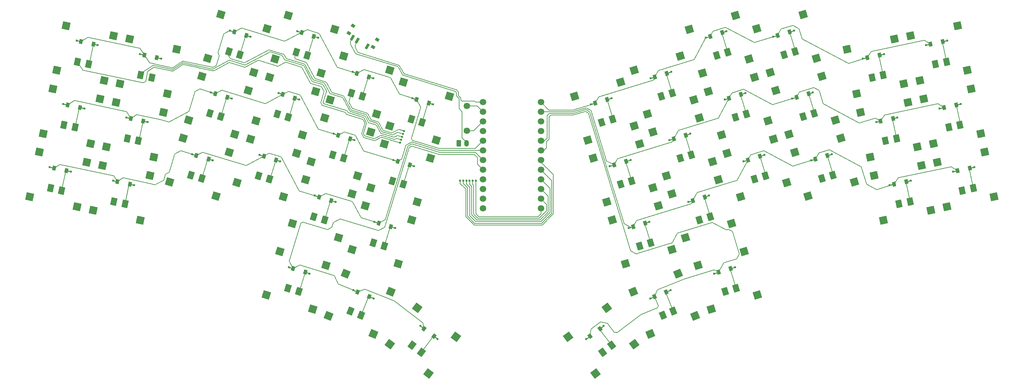
<source format=gbr>
%TF.GenerationSoftware,KiCad,Pcbnew,8.0.6*%
%TF.CreationDate,2025-07-21T18:30:39+02:00*%
%TF.ProjectId,main,6d61696e-2e6b-4696-9361-645f70636258,v1.0.0*%
%TF.SameCoordinates,Original*%
%TF.FileFunction,Copper,L1,Top*%
%TF.FilePolarity,Positive*%
%FSLAX46Y46*%
G04 Gerber Fmt 4.6, Leading zero omitted, Abs format (unit mm)*
G04 Created by KiCad (PCBNEW 8.0.6) date 2025-07-21 18:30:39*
%MOMM*%
%LPD*%
G01*
G04 APERTURE LIST*
G04 Aperture macros list*
%AMRoundRect*
0 Rectangle with rounded corners*
0 $1 Rounding radius*
0 $2 $3 $4 $5 $6 $7 $8 $9 X,Y pos of 4 corners*
0 Add a 4 corners polygon primitive as box body*
4,1,4,$2,$3,$4,$5,$6,$7,$8,$9,$2,$3,0*
0 Add four circle primitives for the rounded corners*
1,1,$1+$1,$2,$3*
1,1,$1+$1,$4,$5*
1,1,$1+$1,$6,$7*
1,1,$1+$1,$8,$9*
0 Add four rect primitives between the rounded corners*
20,1,$1+$1,$2,$3,$4,$5,0*
20,1,$1+$1,$4,$5,$6,$7,0*
20,1,$1+$1,$6,$7,$8,$9,0*
20,1,$1+$1,$8,$9,$2,$3,0*%
%AMRotRect*
0 Rectangle, with rotation*
0 The origin of the aperture is its center*
0 $1 length*
0 $2 width*
0 $3 Rotation angle, in degrees counterclockwise*
0 Add horizontal line*
21,1,$1,$2,0,0,$3*%
G04 Aperture macros list end*
%TA.AperFunction,ComponentPad*%
%ADD10C,1.400000*%
%TD*%
%TA.AperFunction,SMDPad,CuDef*%
%ADD11RotRect,1.550000X2.000000X17.000000*%
%TD*%
%TA.AperFunction,SMDPad,CuDef*%
%ADD12RotRect,2.000000X2.000000X17.000000*%
%TD*%
%TA.AperFunction,SMDPad,CuDef*%
%ADD13RotRect,1.550000X2.000000X343.000000*%
%TD*%
%TA.AperFunction,SMDPad,CuDef*%
%ADD14RotRect,2.000000X2.000000X343.000000*%
%TD*%
%TA.AperFunction,SMDPad,CuDef*%
%ADD15RotRect,0.900000X1.200000X17.000000*%
%TD*%
%TA.AperFunction,SMDPad,CuDef*%
%ADD16RotRect,0.900000X1.200000X12.000000*%
%TD*%
%TA.AperFunction,SMDPad,CuDef*%
%ADD17RotRect,1.550000X2.000000X348.000000*%
%TD*%
%TA.AperFunction,SMDPad,CuDef*%
%ADD18RotRect,2.000000X2.000000X348.000000*%
%TD*%
%TA.AperFunction,SMDPad,CuDef*%
%ADD19RotRect,0.900000X1.200000X343.000000*%
%TD*%
%TA.AperFunction,SMDPad,CuDef*%
%ADD20RotRect,1.550000X2.000000X22.000000*%
%TD*%
%TA.AperFunction,SMDPad,CuDef*%
%ADD21RotRect,2.000000X2.000000X22.000000*%
%TD*%
%TA.AperFunction,SMDPad,CuDef*%
%ADD22RotRect,0.900000X1.200000X348.000000*%
%TD*%
%TA.AperFunction,SMDPad,CuDef*%
%ADD23RotRect,0.900000X1.200000X323.000000*%
%TD*%
%TA.AperFunction,SMDPad,CuDef*%
%ADD24RotRect,1.550000X2.000000X323.000000*%
%TD*%
%TA.AperFunction,SMDPad,CuDef*%
%ADD25RotRect,2.000000X2.000000X323.000000*%
%TD*%
%TA.AperFunction,ComponentPad*%
%ADD26RoundRect,0.240000X-0.360000X-0.635000X0.360000X-0.635000X0.360000X0.635000X-0.360000X0.635000X0*%
%TD*%
%TA.AperFunction,ComponentPad*%
%ADD27O,1.200000X1.750000*%
%TD*%
%TA.AperFunction,SMDPad,CuDef*%
%ADD28RotRect,0.900000X1.200000X22.000000*%
%TD*%
%TA.AperFunction,SMDPad,CuDef*%
%ADD29RotRect,0.900000X1.200000X37.000000*%
%TD*%
%TA.AperFunction,SMDPad,CuDef*%
%ADD30RotRect,1.550000X2.000000X12.000000*%
%TD*%
%TA.AperFunction,SMDPad,CuDef*%
%ADD31RotRect,2.000000X2.000000X12.000000*%
%TD*%
%TA.AperFunction,SMDPad,CuDef*%
%ADD32RotRect,1.550000X2.000000X338.000000*%
%TD*%
%TA.AperFunction,SMDPad,CuDef*%
%ADD33RotRect,2.000000X2.000000X338.000000*%
%TD*%
%TA.AperFunction,ComponentPad*%
%ADD34C,1.700000*%
%TD*%
%TA.AperFunction,SMDPad,CuDef*%
%ADD35RotRect,1.000000X0.800000X150.000000*%
%TD*%
%TA.AperFunction,SMDPad,CuDef*%
%ADD36RotRect,0.700000X1.500000X150.000000*%
%TD*%
%TA.AperFunction,SMDPad,CuDef*%
%ADD37RotRect,1.550000X2.000000X37.000000*%
%TD*%
%TA.AperFunction,SMDPad,CuDef*%
%ADD38RotRect,2.000000X2.000000X37.000000*%
%TD*%
%TA.AperFunction,SMDPad,CuDef*%
%ADD39RotRect,0.900000X1.200000X338.000000*%
%TD*%
%TA.AperFunction,ViaPad*%
%ADD40C,0.600000*%
%TD*%
%TA.AperFunction,Conductor*%
%ADD41C,0.200000*%
%TD*%
%TA.AperFunction,Conductor*%
%ADD42C,0.250000*%
%TD*%
G04 APERTURE END LIST*
D10*
%TO.P,CPG1316,1*%
%TO.N,P6*%
X255368687Y-111646612D03*
D11*
X255368687Y-111646612D03*
D10*
%TO.P,CPG1316,2*%
%TO.N,mirror_ring_home*%
X258237600Y-110769493D03*
D11*
X258237600Y-110769493D03*
D12*
%TO.P,CPG1316,3*%
%TO.N,N/C*%
X248201587Y-104792578D03*
X251710049Y-116268234D03*
X260346665Y-101079458D03*
X263855127Y-112555114D03*
%TD*%
D10*
%TO.P,CPG1316,1*%
%TO.N,P7*%
X117341951Y-110958297D03*
D13*
X117341951Y-110958297D03*
D10*
%TO.P,CPG1316,2*%
%TO.N,middle_home*%
X120210866Y-111835408D03*
D13*
X120210866Y-111835408D03*
D14*
%TO.P,CPG1316,3*%
%TO.N,N/C*%
X111724423Y-112743911D03*
X115232889Y-101268256D03*
X123869493Y-116457030D03*
X127377959Y-104981375D03*
%TD*%
D10*
%TO.P,CPG1316,1*%
%TO.N,P7*%
X122312271Y-94701119D03*
D13*
X122312271Y-94701119D03*
D10*
%TO.P,CPG1316,2*%
%TO.N,middle_top*%
X125181186Y-95578230D03*
D13*
X125181186Y-95578230D03*
D14*
%TO.P,CPG1316,3*%
%TO.N,N/C*%
X116694743Y-96486733D03*
X120203209Y-85011078D03*
X128839813Y-100199852D03*
X132348279Y-88724197D03*
%TD*%
D10*
%TO.P,CPG1316,1*%
%TO.N,P8*%
X126874571Y-137923620D03*
D13*
X126874571Y-137923620D03*
D10*
%TO.P,CPG1316,2*%
%TO.N,index_bottom*%
X129743486Y-138800731D03*
D13*
X129743486Y-138800731D03*
D14*
%TO.P,CPG1316,3*%
%TO.N,N/C*%
X121257043Y-139709234D03*
X124765509Y-128233579D03*
X133402113Y-143422353D03*
X136910579Y-131946698D03*
%TD*%
D15*
%TO.P,D34,1*%
%TO.N,P2*%
X226409366Y-133728373D03*
%TO.P,D34,2*%
%TO.N,mirror_index_bottom*%
X229565184Y-132763547D03*
%TD*%
D16*
%TO.P,D26,1*%
%TO.N,P0*%
X275754944Y-112779312D03*
%TO.P,D26,2*%
%TO.N,mirror_pinky_home*%
X278982840Y-112093212D03*
%TD*%
D10*
%TO.P,CPG1316,1*%
%TO.N,P7*%
X232679328Y-95578236D03*
D11*
X232679328Y-95578236D03*
D10*
%TO.P,CPG1316,2*%
%TO.N,mirror_middle_top*%
X235548241Y-94701117D03*
D11*
X235548241Y-94701117D03*
D12*
%TO.P,CPG1316,3*%
%TO.N,N/C*%
X225512228Y-88724202D03*
X229020690Y-100199858D03*
X237657306Y-85011082D03*
X241165768Y-96486738D03*
%TD*%
D10*
%TO.P,CPG1316,1*%
%TO.N,P5*%
X74377567Y-133985994D03*
D17*
X74377567Y-133985994D03*
D10*
%TO.P,CPG1316,2*%
%TO.N,pinky_bottom*%
X77312009Y-134609731D03*
D17*
X77312009Y-134609731D03*
D18*
%TO.P,CPG1316,3*%
%TO.N,N/C*%
X68937044Y-136254417D03*
X71431985Y-124516654D03*
X81359519Y-138894890D03*
X83854460Y-127157127D03*
%TD*%
D10*
%TO.P,CPG1316,1*%
%TO.N,P6*%
X104593236Y-94512337D03*
D13*
X104593236Y-94512337D03*
D10*
%TO.P,CPG1316,2*%
%TO.N,ring_top*%
X107462151Y-95389448D03*
D13*
X107462151Y-95389448D03*
D14*
%TO.P,CPG1316,3*%
%TO.N,N/C*%
X98975708Y-96297951D03*
X102484174Y-84822296D03*
X111120778Y-100011070D03*
X114629244Y-88535415D03*
%TD*%
D19*
%TO.P,D10,1*%
%TO.N,P19*%
X113792382Y-122055403D03*
%TO.P,D10,2*%
%TO.N,middle_bottom*%
X116948176Y-123020221D03*
%TD*%
D15*
%TO.P,D29,1*%
%TO.N,P0*%
X253661050Y-106574235D03*
%TO.P,D29,2*%
%TO.N,mirror_ring_home*%
X256816868Y-105609409D03*
%TD*%
D16*
%TO.P,D25,1*%
%TO.N,P2*%
X279289451Y-129407824D03*
%TO.P,D25,2*%
%TO.N,mirror_pinky_bottom*%
X282517347Y-128721724D03*
%TD*%
D19*
%TO.P,D16,1*%
%TO.N,P19*%
X143967776Y-139646473D03*
%TO.P,D16,2*%
%TO.N,inner_bottom*%
X147123570Y-140611291D03*
%TD*%
D10*
%TO.P,CPG1316,1*%
%TO.N,P8*%
X228117025Y-138800750D03*
D11*
X228117025Y-138800750D03*
D10*
%TO.P,CPG1316,2*%
%TO.N,mirror_index_bottom*%
X230985938Y-137923631D03*
D11*
X230985938Y-137923631D03*
D12*
%TO.P,CPG1316,3*%
%TO.N,N/C*%
X220949925Y-131946716D03*
X224458387Y-143422372D03*
X233095003Y-128233596D03*
X236603465Y-139709252D03*
%TD*%
D10*
%TO.P,CPG1316,1*%
%TO.N,P8*%
X218527225Y-163879310D03*
D20*
X218527225Y-163879310D03*
D10*
%TO.P,CPG1316,2*%
%TO.N,mirror_home_thumb*%
X221308783Y-162755488D03*
D20*
X221308783Y-162755488D03*
D21*
%TO.P,CPG1316,3*%
%TO.N,N/C*%
X210790039Y-157676010D03*
X215285317Y-168802212D03*
X222565279Y-152918510D03*
X227060557Y-164044712D03*
%TD*%
D19*
%TO.P,D9,1*%
%TO.N,P21*%
X106013977Y-89352235D03*
%TO.P,D9,2*%
%TO.N,ring_top*%
X109169771Y-90317053D03*
%TD*%
D22*
%TO.P,D3,1*%
%TO.N,P21*%
X65783648Y-91930200D03*
%TO.P,D3,2*%
%TO.N,outer_top*%
X69011564Y-92616310D03*
%TD*%
D10*
%TO.P,CPG1316,1*%
%TO.N,P9*%
X152487658Y-112292201D03*
D13*
X152487658Y-112292201D03*
D10*
%TO.P,CPG1316,2*%
%TO.N,inner_top*%
X155356573Y-113169312D03*
D13*
X155356573Y-113169312D03*
D14*
%TO.P,CPG1316,3*%
%TO.N,N/C*%
X146870130Y-114077815D03*
X150378596Y-102602160D03*
X159015200Y-117790934D03*
X162523666Y-106315279D03*
%TD*%
D22*
%TO.P,D2,1*%
%TO.N,P20*%
X62249148Y-108558716D03*
%TO.P,D2,2*%
%TO.N,outer_home*%
X65477064Y-109244826D03*
%TD*%
D23*
%TO.P,D21,1*%
%TO.N,P18*%
X155828155Y-167394790D03*
%TO.P,D21,2*%
%TO.N,far_thumb*%
X158463643Y-169380762D03*
%TD*%
D10*
%TO.P,CPG1316,1*%
%TO.N,P5*%
X77912085Y-117357489D03*
D17*
X77912085Y-117357489D03*
D10*
%TO.P,CPG1316,2*%
%TO.N,pinky_home*%
X80846527Y-117981226D03*
D17*
X80846527Y-117981226D03*
D18*
%TO.P,CPG1316,3*%
%TO.N,N/C*%
X72471562Y-119625912D03*
X74966503Y-107888149D03*
X84894037Y-122266385D03*
X87388978Y-110528622D03*
%TD*%
D15*
%TO.P,D35,1*%
%TO.N,P0*%
X221439059Y-117471185D03*
%TO.P,D35,2*%
%TO.N,mirror_index_home*%
X224594877Y-116506359D03*
%TD*%
D10*
%TO.P,CPG1316,1*%
%TO.N,P8*%
X223146706Y-122543568D03*
D11*
X223146706Y-122543568D03*
D10*
%TO.P,CPG1316,2*%
%TO.N,mirror_index_home*%
X226015619Y-121666449D03*
D11*
X226015619Y-121666449D03*
D12*
%TO.P,CPG1316,3*%
%TO.N,N/C*%
X215979606Y-115689534D03*
X219488068Y-127165190D03*
X228124684Y-111976414D03*
X231633146Y-123452070D03*
%TD*%
D19*
%TO.P,D12,1*%
%TO.N,P21*%
X123733004Y-89541039D03*
%TO.P,D12,2*%
%TO.N,middle_top*%
X126888798Y-90505857D03*
%TD*%
D10*
%TO.P,CPG1316,1*%
%TO.N,P9*%
X152728241Y-171757747D03*
D24*
X152728241Y-171757747D03*
D10*
%TO.P,CPG1316,2*%
%TO.N,far_thumb*%
X155124144Y-173563186D03*
D24*
X155124144Y-173563186D03*
D25*
%TO.P,CPG1316,3*%
%TO.N,N/C*%
X146838772Y-171514369D03*
X154060559Y-161930745D03*
X156981443Y-179157419D03*
X164203230Y-169573795D03*
%TD*%
D16*
%TO.P,D23,1*%
%TO.N,P0*%
X292383463Y-109244815D03*
%TO.P,D23,2*%
%TO.N,mirror_outer_home*%
X295611359Y-108558715D03*
%TD*%
D15*
%TO.P,D33,1*%
%TO.N,P1*%
X230971691Y-90505863D03*
%TO.P,D33,2*%
%TO.N,mirror_middle_top*%
X234127509Y-89541037D03*
%TD*%
D26*
%TO.P,JST1,1*%
%TO.N,GND*%
X164974995Y-118674998D03*
D27*
%TO.P,JST1,2*%
%TO.N,BAT_P*%
X166974987Y-118675008D03*
%TD*%
D22*
%TO.P,D4,1*%
%TO.N,P19*%
X75343163Y-128721731D03*
%TO.P,D4,2*%
%TO.N,pinky_bottom*%
X78571079Y-129407841D03*
%TD*%
D15*
%TO.P,D36,1*%
%TO.N,P1*%
X216468734Y-101214008D03*
%TO.P,D36,2*%
%TO.N,mirror_index_top*%
X219624552Y-100249182D03*
%TD*%
D28*
%TO.P,D41,1*%
%TO.N,P3*%
X216384023Y-158975082D03*
%TO.P,D41,2*%
%TO.N,mirror_home_thumb*%
X219443711Y-157738874D03*
%TD*%
D10*
%TO.P,CPG1316,1*%
%TO.N,P4*%
X61283548Y-113822984D03*
D17*
X61283548Y-113822984D03*
D10*
%TO.P,CPG1316,2*%
%TO.N,outer_home*%
X64217990Y-114446721D03*
D17*
X64217990Y-114446721D03*
D18*
%TO.P,CPG1316,3*%
%TO.N,N/C*%
X55843025Y-116091407D03*
X58337966Y-104353644D03*
X68265500Y-118731880D03*
X70760441Y-106994117D03*
%TD*%
D10*
%TO.P,CPG1316,1*%
%TO.N,P6*%
X99622915Y-110769503D03*
D13*
X99622915Y-110769503D03*
D10*
%TO.P,CPG1316,2*%
%TO.N,ring_home*%
X102491830Y-111646614D03*
D13*
X102491830Y-111646614D03*
D14*
%TO.P,CPG1316,3*%
%TO.N,N/C*%
X94005387Y-112555117D03*
X97513853Y-101079462D03*
X106150457Y-116268236D03*
X109658923Y-104792581D03*
%TD*%
D10*
%TO.P,CPG1316,1*%
%TO.N,P9*%
X202503957Y-113169315D03*
D11*
X202503957Y-113169315D03*
D10*
%TO.P,CPG1316,2*%
%TO.N,mirror_inner_top*%
X205372870Y-112292196D03*
D11*
X205372870Y-112292196D03*
D12*
%TO.P,CPG1316,3*%
%TO.N,N/C*%
X195336857Y-106315281D03*
X198845319Y-117790937D03*
X207481935Y-102602161D03*
X210990397Y-114077817D03*
%TD*%
D10*
%TO.P,CPG1316,1*%
%TO.N,P7*%
X242619972Y-128092592D03*
D11*
X242619972Y-128092592D03*
D10*
%TO.P,CPG1316,2*%
%TO.N,mirror_middle_bottom*%
X245488885Y-127215473D03*
D11*
X245488885Y-127215473D03*
D12*
%TO.P,CPG1316,3*%
%TO.N,N/C*%
X235452872Y-121238558D03*
X238961334Y-132714214D03*
X247597950Y-117525438D03*
X251106412Y-129001094D03*
%TD*%
D10*
%TO.P,CPG1316,1*%
%TO.N,P9*%
X212444582Y-145683686D03*
D11*
X212444582Y-145683686D03*
D10*
%TO.P,CPG1316,2*%
%TO.N,mirror_inner_bottom*%
X215313495Y-144806567D03*
D11*
X215313495Y-144806567D03*
D12*
%TO.P,CPG1316,3*%
%TO.N,N/C*%
X205277482Y-138829652D03*
X208785944Y-150305308D03*
X217422560Y-135116532D03*
X220931022Y-146592188D03*
%TD*%
D10*
%TO.P,CPG1316,1*%
%TO.N,P7*%
X237649651Y-111835415D03*
D11*
X237649651Y-111835415D03*
D10*
%TO.P,CPG1316,2*%
%TO.N,mirror_middle_home*%
X240518564Y-110958296D03*
D11*
X240518564Y-110958296D03*
D12*
%TO.P,CPG1316,3*%
%TO.N,N/C*%
X230482551Y-104981381D03*
X233991013Y-116457037D03*
X242627629Y-101268261D03*
X246136091Y-112743917D03*
%TD*%
D19*
%TO.P,D14,1*%
%TO.N,P20*%
X133265661Y-116506372D03*
%TO.P,D14,2*%
%TO.N,index_home*%
X136421455Y-117471190D03*
%TD*%
D29*
%TO.P,D42,1*%
%TO.N,P3*%
X199396862Y-169380776D03*
%TO.P,D42,2*%
%TO.N,mirror_far_thumb*%
X202032366Y-167394768D03*
%TD*%
D15*
%TO.P,D30,1*%
%TO.N,P1*%
X248690733Y-90317065D03*
%TO.P,D30,2*%
%TO.N,mirror_ring_top*%
X251846551Y-89352239D03*
%TD*%
D16*
%TO.P,D22,1*%
%TO.N,P2*%
X295917967Y-125873331D03*
%TO.P,D22,2*%
%TO.N,mirror_outer_bottom*%
X299145863Y-125187231D03*
%TD*%
D19*
%TO.P,D7,1*%
%TO.N,P19*%
X96073339Y-121866596D03*
%TO.P,D7,2*%
%TO.N,ring_bottom*%
X99229133Y-122831414D03*
%TD*%
D10*
%TO.P,CPG1316,1*%
%TO.N,P4*%
X290108013Y-97818222D03*
D30*
X290108013Y-97818222D03*
D10*
%TO.P,CPG1316,2*%
%TO.N,mirror_outer_top*%
X293042455Y-97194490D03*
D30*
X293042455Y-97194490D03*
D31*
%TO.P,CPG1316,3*%
%TO.N,N/C*%
X286060498Y-102103387D03*
X283565562Y-90365623D03*
X298482974Y-99462907D03*
X295988038Y-87725143D03*
%TD*%
D10*
%TO.P,CPG1316,1*%
%TO.N,P5*%
X280548486Y-134609724D03*
D30*
X280548486Y-134609724D03*
D10*
%TO.P,CPG1316,2*%
%TO.N,mirror_pinky_bottom*%
X283482928Y-133985992D03*
D30*
X283482928Y-133985992D03*
D31*
%TO.P,CPG1316,3*%
%TO.N,N/C*%
X276500971Y-138894889D03*
X274006035Y-127157125D03*
X288923447Y-136254409D03*
X286428511Y-124516645D03*
%TD*%
D15*
%TO.P,D28,1*%
%TO.N,P2*%
X258631371Y-122831421D03*
%TO.P,D28,2*%
%TO.N,mirror_ring_bottom*%
X261787189Y-121866595D03*
%TD*%
%TO.P,D31,1*%
%TO.N,P2*%
X240912331Y-123020216D03*
%TO.P,D31,2*%
%TO.N,mirror_middle_bottom*%
X244068149Y-122055390D03*
%TD*%
D10*
%TO.P,CPG1316,1*%
%TO.N,P7*%
X120070842Y-156757344D03*
D13*
X120070842Y-156757344D03*
D10*
%TO.P,CPG1316,2*%
%TO.N,near_thumb*%
X122939757Y-157634455D03*
D13*
X122939757Y-157634455D03*
D14*
%TO.P,CPG1316,3*%
%TO.N,N/C*%
X114453314Y-158542958D03*
X117961780Y-147067303D03*
X126598384Y-162256077D03*
X130106850Y-150780422D03*
%TD*%
D22*
%TO.P,D6,1*%
%TO.N,P21*%
X82412159Y-95464703D03*
%TO.P,D6,2*%
%TO.N,pinky_top*%
X85640075Y-96150813D03*
%TD*%
D10*
%TO.P,CPG1316,1*%
%TO.N,P8*%
X218176385Y-106286383D03*
D11*
X218176385Y-106286383D03*
D10*
%TO.P,CPG1316,2*%
%TO.N,mirror_index_top*%
X221045298Y-105409264D03*
D11*
X221045298Y-105409264D03*
D12*
%TO.P,CPG1316,3*%
%TO.N,N/C*%
X211009285Y-99432349D03*
X214517747Y-110908005D03*
X223154363Y-95719229D03*
X226662825Y-107194885D03*
%TD*%
D15*
%TO.P,D37,1*%
%TO.N,P2*%
X210736935Y-140611292D03*
%TO.P,D37,2*%
%TO.N,mirror_inner_bottom*%
X213892753Y-139646466D03*
%TD*%
D10*
%TO.P,CPG1316,1*%
%TO.N,P4*%
X293642496Y-114446720D03*
D30*
X293642496Y-114446720D03*
D10*
%TO.P,CPG1316,2*%
%TO.N,mirror_outer_home*%
X296576938Y-113822988D03*
D30*
X296576938Y-113822988D03*
D31*
%TO.P,CPG1316,3*%
%TO.N,N/C*%
X289594981Y-118731885D03*
X287100045Y-106994121D03*
X302017457Y-116091405D03*
X299522521Y-104353641D03*
%TD*%
D10*
%TO.P,CPG1316,1*%
%TO.N,P9*%
X142547015Y-144806565D03*
D13*
X142547015Y-144806565D03*
D10*
%TO.P,CPG1316,2*%
%TO.N,inner_bottom*%
X145415930Y-145683676D03*
D13*
X145415930Y-145683676D03*
D14*
%TO.P,CPG1316,3*%
%TO.N,N/C*%
X136929487Y-146592179D03*
X140437953Y-135116524D03*
X149074557Y-150305298D03*
X152583023Y-138829643D03*
%TD*%
D10*
%TO.P,CPG1316,1*%
%TO.N,P8*%
X131844906Y-121666462D03*
D13*
X131844906Y-121666462D03*
D10*
%TO.P,CPG1316,2*%
%TO.N,index_home*%
X134713821Y-122543573D03*
D13*
X134713821Y-122543573D03*
D14*
%TO.P,CPG1316,3*%
%TO.N,N/C*%
X126227378Y-123452076D03*
X129735844Y-111976421D03*
X138372448Y-127165195D03*
X141880914Y-115689540D03*
%TD*%
D15*
%TO.P,D40,1*%
%TO.N,P3*%
X233213110Y-152562090D03*
%TO.P,D40,2*%
%TO.N,mirror_near_thumb*%
X236368928Y-151597264D03*
%TD*%
D10*
%TO.P,CPG1316,1*%
%TO.N,P6*%
X94652593Y-127026705D03*
D13*
X94652593Y-127026705D03*
D10*
%TO.P,CPG1316,2*%
%TO.N,ring_bottom*%
X97521508Y-127903816D03*
D13*
X97521508Y-127903816D03*
D14*
%TO.P,CPG1316,3*%
%TO.N,N/C*%
X89035065Y-128812319D03*
X92543531Y-117336664D03*
X101180135Y-132525438D03*
X104688601Y-121049783D03*
%TD*%
D22*
%TO.P,D5,1*%
%TO.N,P20*%
X78877655Y-112093221D03*
%TO.P,D5,2*%
%TO.N,pinky_home*%
X82105571Y-112779331D03*
%TD*%
D10*
%TO.P,CPG1316,1*%
%TO.N,P7*%
X234920755Y-157634456D03*
D11*
X234920755Y-157634456D03*
D10*
%TO.P,CPG1316,2*%
%TO.N,mirror_near_thumb*%
X237789668Y-156757337D03*
D11*
X237789668Y-156757337D03*
D12*
%TO.P,CPG1316,3*%
%TO.N,N/C*%
X227753655Y-150780422D03*
X231262117Y-162256078D03*
X239898733Y-147067302D03*
X243407195Y-158542958D03*
%TD*%
D10*
%TO.P,CPG1316,1*%
%TO.N,P5*%
X277014003Y-117981227D03*
D30*
X277014003Y-117981227D03*
D10*
%TO.P,CPG1316,2*%
%TO.N,mirror_pinky_home*%
X279948445Y-117357495D03*
D30*
X279948445Y-117357495D03*
D31*
%TO.P,CPG1316,3*%
%TO.N,N/C*%
X272966488Y-122266392D03*
X270471552Y-110528628D03*
X285388964Y-119625912D03*
X282894028Y-107888148D03*
%TD*%
D19*
%TO.P,D19,1*%
%TO.N,P18*%
X121491591Y-151597274D03*
%TO.P,D19,2*%
%TO.N,near_thumb*%
X124647385Y-152562092D03*
%TD*%
D10*
%TO.P,CPG1316,1*%
%TO.N,P4*%
X64818053Y-97194483D03*
D17*
X64818053Y-97194483D03*
D10*
%TO.P,CPG1316,2*%
%TO.N,outer_top*%
X67752495Y-97818220D03*
D17*
X67752495Y-97818220D03*
D18*
%TO.P,CPG1316,3*%
%TO.N,N/C*%
X59377530Y-99462906D03*
X61872471Y-87725143D03*
X71800005Y-102103379D03*
X74294946Y-90365616D03*
%TD*%
D10*
%TO.P,CPG1316,1*%
%TO.N,P5*%
X81446570Y-100728969D03*
D17*
X81446570Y-100728969D03*
D10*
%TO.P,CPG1316,2*%
%TO.N,pinky_top*%
X84381012Y-101352706D03*
D17*
X84381012Y-101352706D03*
D18*
%TO.P,CPG1316,3*%
%TO.N,N/C*%
X76006047Y-102997392D03*
X78500988Y-91259629D03*
X88428522Y-105637865D03*
X90923463Y-93900102D03*
%TD*%
D15*
%TO.P,D38,1*%
%TO.N,P0*%
X205766622Y-124354122D03*
%TO.P,D38,2*%
%TO.N,mirror_inner_home*%
X208922440Y-123389296D03*
%TD*%
D10*
%TO.P,CPG1316,1*%
%TO.N,P8*%
X136551736Y-162755497D03*
D32*
X136551736Y-162755497D03*
D10*
%TO.P,CPG1316,2*%
%TO.N,home_thumb*%
X139333287Y-163879313D03*
D32*
X139333287Y-163879313D03*
D33*
%TO.P,CPG1316,3*%
%TO.N,N/C*%
X130799957Y-164044718D03*
X135295241Y-152918513D03*
X142575193Y-168802225D03*
X147070477Y-157676020D03*
%TD*%
D34*
%TO.P,RST1,1*%
%TO.N,RST*%
X167074989Y-115349995D03*
%TO.P,RST1,2*%
%TO.N,GND*%
X167075005Y-108850003D03*
%TD*%
D10*
%TO.P,CPG1316,1*%
%TO.N,P9*%
X207474261Y-129426487D03*
D11*
X207474261Y-129426487D03*
D10*
%TO.P,CPG1316,2*%
%TO.N,mirror_inner_home*%
X210343174Y-128549368D03*
D11*
X210343174Y-128549368D03*
D12*
%TO.P,CPG1316,3*%
%TO.N,N/C*%
X200307161Y-122572453D03*
X203815623Y-134048109D03*
X212452239Y-118859333D03*
X215960701Y-130334989D03*
%TD*%
D10*
%TO.P,CPG1316,1*%
%TO.N,P6*%
X260338998Y-127903815D03*
D11*
X260338998Y-127903815D03*
D10*
%TO.P,CPG1316,2*%
%TO.N,mirror_ring_bottom*%
X263207911Y-127026696D03*
D11*
X263207911Y-127026696D03*
D12*
%TO.P,CPG1316,3*%
%TO.N,N/C*%
X253171898Y-121049781D03*
X256680360Y-132525437D03*
X265316976Y-117336661D03*
X268825438Y-128812317D03*
%TD*%
D10*
%TO.P,CPG1316,1*%
%TO.N,P9*%
X147517341Y-128549383D03*
D13*
X147517341Y-128549383D03*
D10*
%TO.P,CPG1316,2*%
%TO.N,inner_home*%
X150386256Y-129426494D03*
D13*
X150386256Y-129426494D03*
D14*
%TO.P,CPG1316,3*%
%TO.N,N/C*%
X141899813Y-130334997D03*
X145408279Y-118859342D03*
X154044883Y-134048116D03*
X157553349Y-122572461D03*
%TD*%
D19*
%TO.P,D13,1*%
%TO.N,P19*%
X128295334Y-132763542D03*
%TO.P,D13,2*%
%TO.N,index_bottom*%
X131451128Y-133728360D03*
%TD*%
D15*
%TO.P,D39,1*%
%TO.N,P1*%
X200796286Y-108096937D03*
%TO.P,D39,2*%
%TO.N,mirror_inner_top*%
X203952104Y-107132111D03*
%TD*%
D10*
%TO.P,CPG1316,1*%
%TO.N,P4*%
X297177003Y-131075223D03*
D30*
X297177003Y-131075223D03*
D10*
%TO.P,CPG1316,2*%
%TO.N,mirror_outer_bottom*%
X300111445Y-130451491D03*
D30*
X300111445Y-130451491D03*
D31*
%TO.P,CPG1316,3*%
%TO.N,N/C*%
X293129488Y-135360388D03*
X290634552Y-123622624D03*
X305551964Y-132719908D03*
X303057028Y-120982144D03*
%TD*%
D35*
%TO.P,PWR1,*%
%TO.N,*%
X142431952Y-93311297D03*
X136109983Y-89661286D03*
X137214959Y-87747365D03*
X143536955Y-91397370D03*
D36*
%TO.P,PWR1,1*%
%TO.N,N/C*%
X140894517Y-93174204D03*
%TO.P,PWR1,2*%
%TO.N,RAW*%
X138296441Y-91674211D03*
%TO.P,PWR1,3*%
%TO.N,BAT_P*%
X136997410Y-90924204D03*
%TD*%
D16*
%TO.P,D27,1*%
%TO.N,P1*%
X272220457Y-96150797D03*
%TO.P,D27,2*%
%TO.N,mirror_pinky_top*%
X275448353Y-95464697D03*
%TD*%
D10*
%TO.P,CPG1316,1*%
%TO.N,P8*%
X136815226Y-105409286D03*
D13*
X136815226Y-105409286D03*
D10*
%TO.P,CPG1316,2*%
%TO.N,index_top*%
X139684141Y-106286397D03*
D13*
X139684141Y-106286397D03*
D14*
%TO.P,CPG1316,3*%
%TO.N,N/C*%
X131197698Y-107194900D03*
X134706164Y-95719245D03*
X143342768Y-110908019D03*
X146851234Y-99432364D03*
%TD*%
D19*
%TO.P,D15,1*%
%TO.N,P21*%
X138235976Y-100249180D03*
%TO.P,D15,2*%
%TO.N,index_top*%
X141391770Y-101213998D03*
%TD*%
%TO.P,D17,1*%
%TO.N,P20*%
X148938089Y-123389294D03*
%TO.P,D17,2*%
%TO.N,inner_home*%
X152093883Y-124354112D03*
%TD*%
%TO.P,D8,1*%
%TO.N,P20*%
X101043666Y-105609427D03*
%TO.P,D8,2*%
%TO.N,ring_home*%
X104199460Y-106574245D03*
%TD*%
%TO.P,D11,1*%
%TO.N,P20*%
X118762692Y-105798217D03*
%TO.P,D11,2*%
%TO.N,middle_home*%
X121918486Y-106763035D03*
%TD*%
D15*
%TO.P,D32,1*%
%TO.N,P0*%
X235942016Y-106763040D03*
%TO.P,D32,2*%
%TO.N,mirror_middle_home*%
X239097834Y-105798214D03*
%TD*%
D22*
%TO.P,D1,1*%
%TO.N,P19*%
X58714651Y-125187220D03*
%TO.P,D1,2*%
%TO.N,outer_bottom*%
X61942567Y-125873330D03*
%TD*%
D10*
%TO.P,CPG1316,1*%
%TO.N,P6*%
X250398366Y-95389438D03*
D11*
X250398366Y-95389438D03*
D10*
%TO.P,CPG1316,2*%
%TO.N,mirror_ring_top*%
X253267279Y-94512319D03*
D11*
X253267279Y-94512319D03*
D12*
%TO.P,CPG1316,3*%
%TO.N,N/C*%
X243231266Y-88535404D03*
X246739728Y-100011060D03*
X255376344Y-84822284D03*
X258884806Y-96297940D03*
%TD*%
D10*
%TO.P,CPG1316,1*%
%TO.N,P7*%
X112371623Y-127215495D03*
D13*
X112371623Y-127215495D03*
D10*
%TO.P,CPG1316,2*%
%TO.N,middle_bottom*%
X115240538Y-128092606D03*
D13*
X115240538Y-128092606D03*
D14*
%TO.P,CPG1316,3*%
%TO.N,N/C*%
X106754095Y-129001109D03*
X110262561Y-117525454D03*
X118899165Y-132714228D03*
X122407631Y-121238573D03*
%TD*%
D19*
%TO.P,D18,1*%
%TO.N,P21*%
X153908407Y-107132118D03*
%TO.P,D18,2*%
%TO.N,inner_top*%
X157064201Y-108096936D03*
%TD*%
D10*
%TO.P,CPG1316,1*%
%TO.N,P9*%
X202736362Y-173563196D03*
D37*
X202736362Y-173563196D03*
D10*
%TO.P,CPG1316,2*%
%TO.N,mirror_far_thumb*%
X205132273Y-171757753D03*
D37*
X205132273Y-171757753D03*
D38*
%TO.P,CPG1316,3*%
%TO.N,N/C*%
X193657281Y-169573806D03*
X200879064Y-179157425D03*
X203799952Y-161930757D03*
X211021735Y-171514376D03*
%TD*%
D10*
%TO.P,CPG1316,1*%
%TO.N,P5*%
X273479510Y-101352715D03*
D30*
X273479510Y-101352715D03*
D10*
%TO.P,CPG1316,2*%
%TO.N,mirror_pinky_top*%
X276413952Y-100728983D03*
D30*
X276413952Y-100728983D03*
D31*
%TO.P,CPG1316,3*%
%TO.N,N/C*%
X269431995Y-105637880D03*
X266937059Y-93900116D03*
X281854471Y-102997400D03*
X279359535Y-91259636D03*
%TD*%
D39*
%TO.P,D20,1*%
%TO.N,P18*%
X138416795Y-157738879D03*
%TO.P,D20,2*%
%TO.N,home_thumb*%
X141476503Y-158975079D03*
%TD*%
D16*
%TO.P,D24,1*%
%TO.N,P1*%
X288848962Y-92616314D03*
%TO.P,D24,2*%
%TO.N,mirror_outer_top*%
X292076858Y-91930214D03*
%TD*%
D10*
%TO.P,CPG1316,1*%
%TO.N,P4*%
X57749061Y-130451493D03*
D17*
X57749061Y-130451493D03*
D10*
%TO.P,CPG1316,2*%
%TO.N,outer_bottom*%
X60683503Y-131075230D03*
D17*
X60683503Y-131075230D03*
D18*
%TO.P,CPG1316,3*%
%TO.N,N/C*%
X52308538Y-132719916D03*
X54803479Y-120982153D03*
X64731013Y-135360389D03*
X67225954Y-123622626D03*
%TD*%
D34*
%TO.P,MCU1,1*%
%TO.N,P1*%
X186524989Y-107834997D03*
%TO.P,MCU1,2*%
%TO.N,P0*%
X186524986Y-110374992D03*
%TO.P,MCU1,3*%
%TO.N,GND*%
X186524993Y-112915000D03*
%TO.P,MCU1,4*%
X186524999Y-115454997D03*
%TO.P,MCU1,5*%
%TO.N,P2*%
X186525000Y-117995009D03*
%TO.P,MCU1,6*%
%TO.N,P3*%
X186524999Y-120534996D03*
%TO.P,MCU1,7*%
%TO.N,P4*%
X186524989Y-123075004D03*
%TO.P,MCU1,8*%
%TO.N,P5*%
X186524993Y-125615001D03*
%TO.P,MCU1,9*%
%TO.N,P6*%
X186524990Y-128154997D03*
%TO.P,MCU1,10*%
%TO.N,P7*%
X186524992Y-130695006D03*
%TO.P,MCU1,11*%
%TO.N,P8*%
X186524994Y-133234990D03*
%TO.P,MCU1,12*%
%TO.N,P9*%
X186524992Y-135775004D03*
%TO.P,MCU1,13*%
%TO.N,P10*%
X171284993Y-135774999D03*
%TO.P,MCU1,14*%
%TO.N,P16*%
X171284997Y-133234997D03*
%TO.P,MCU1,15*%
%TO.N,P14*%
X171285000Y-130695002D03*
%TO.P,MCU1,16*%
%TO.N,P15*%
X171284993Y-128154994D03*
%TO.P,MCU1,17*%
%TO.N,P18*%
X171284987Y-125614997D03*
%TO.P,MCU1,18*%
%TO.N,P19*%
X171284986Y-123074985D03*
%TO.P,MCU1,19*%
%TO.N,P20*%
X171284987Y-120534998D03*
%TO.P,MCU1,20*%
%TO.N,P21*%
X171284997Y-117994990D03*
%TO.P,MCU1,21*%
%TO.N,VCC*%
X171284993Y-115454993D03*
%TO.P,MCU1,22*%
%TO.N,RST*%
X171284996Y-112914997D03*
%TO.P,MCU1,23*%
%TO.N,GND*%
X171284994Y-110374988D03*
%TO.P,MCU1,24*%
%TO.N,RAW*%
X171284992Y-107835004D03*
%TD*%
D40*
%TO.N,P4*%
X165349999Y-128500008D03*
X149586283Y-118513269D03*
%TO.N,outer_bottom*%
X63116333Y-126122834D03*
%TO.N,outer_home*%
X66650827Y-109494316D03*
%TO.N,outer_top*%
X70185322Y-92865813D03*
%TO.N,P5*%
X166150004Y-128500001D03*
X149820192Y-117748214D03*
%TO.N,pinky_bottom*%
X79744842Y-129657328D03*
%TO.N,pinky_home*%
X83279338Y-113028815D03*
%TO.N,pinky_top*%
X86813844Y-96400308D03*
%TO.N,P6*%
X150054086Y-116983172D03*
X167000003Y-128500005D03*
%TO.N,ring_bottom*%
X100376717Y-123182266D03*
%TO.N,ring_home*%
X105347015Y-106925101D03*
%TO.N,ring_top*%
X110317347Y-90667916D03*
%TO.N,P7*%
X167799998Y-128499997D03*
X150287990Y-116218128D03*
%TO.N,middle_bottom*%
X118095742Y-123371063D03*
%TO.N,middle_home*%
X123066060Y-107113886D03*
%TO.N,middle_top*%
X128036380Y-90856705D03*
%TO.N,P8*%
X168600009Y-128500000D03*
X150584310Y-115419895D03*
%TO.N,index_bottom*%
X132598686Y-134079223D03*
%TO.N,index_home*%
X137569002Y-117822031D03*
%TO.N,index_top*%
X142539326Y-101564850D03*
%TO.N,P9*%
X169450000Y-128499997D03*
%TO.N,inner_bottom*%
X148271134Y-140962132D03*
%TO.N,inner_home*%
X153241453Y-124704967D03*
%TO.N,inner_top*%
X158211771Y-108447785D03*
%TO.N,near_thumb*%
X125794953Y-152912950D03*
%TO.N,home_thumb*%
X142589114Y-159424593D03*
%TO.N,far_thumb*%
X159422015Y-170102955D03*
%TO.N,mirror_outer_bottom*%
X300319626Y-124937732D03*
%TO.N,mirror_outer_home*%
X296785117Y-108309218D03*
%TO.N,mirror_outer_top*%
X293250634Y-91680716D03*
%TO.N,mirror_pinky_bottom*%
X283691103Y-128472234D03*
%TO.N,mirror_pinky_home*%
X280156612Y-111843711D03*
%TO.N,mirror_pinky_top*%
X276622106Y-95215212D03*
%TO.N,mirror_ring_bottom*%
X262934752Y-121515747D03*
%TO.N,mirror_ring_home*%
X257964429Y-105258568D03*
%TO.N,mirror_ring_top*%
X252994113Y-89001386D03*
%TO.N,mirror_middle_bottom*%
X245215699Y-121704544D03*
%TO.N,mirror_middle_home*%
X240245384Y-105447364D03*
%TO.N,mirror_middle_top*%
X235275061Y-89190183D03*
%TO.N,mirror_index_bottom*%
X230712754Y-132412697D03*
%TO.N,mirror_index_home*%
X225742421Y-116155517D03*
%TO.N,mirror_index_top*%
X220772108Y-99898334D03*
%TO.N,mirror_inner_bottom*%
X215040326Y-139295621D03*
%TO.N,mirror_inner_home*%
X210069995Y-123038445D03*
%TO.N,mirror_inner_top*%
X205099682Y-106781263D03*
%TO.N,mirror_near_thumb*%
X237516494Y-151246433D03*
%TO.N,mirror_home_thumb*%
X220556334Y-157289347D03*
%TO.N,mirror_far_thumb*%
X202990727Y-166672614D03*
%TO.N,P19*%
X112644802Y-121704540D03*
X74169404Y-128472222D03*
X127147756Y-132412697D03*
X94925762Y-121515743D03*
X57540887Y-124937734D03*
X142820192Y-139295614D03*
%TO.N,P20*%
X99896082Y-105258578D03*
X77703897Y-111843716D03*
X147790520Y-123038449D03*
X61075404Y-108309220D03*
X117615118Y-105447371D03*
X132118087Y-116155521D03*
%TO.N,P21*%
X137088391Y-99898327D03*
X64609886Y-91680710D03*
X104866405Y-89001388D03*
X152760821Y-106781265D03*
X122585442Y-89190196D03*
X81238400Y-95215200D03*
%TO.N,P18*%
X137304158Y-157289353D03*
X120344024Y-151246410D03*
X154869775Y-166672604D03*
%TO.N,P2*%
X278115669Y-129657333D03*
X257483800Y-123182273D03*
X239764758Y-123371071D03*
X294744183Y-126122828D03*
X209589394Y-140962138D03*
X225261815Y-134079212D03*
%TO.N,P0*%
X220291494Y-117822023D03*
X204619059Y-124704964D03*
X252513480Y-106925089D03*
X274581172Y-113028827D03*
X234794442Y-107113888D03*
X291209685Y-109494309D03*
%TO.N,P1*%
X229824131Y-90856714D03*
X287675176Y-92865810D03*
X271046672Y-96400301D03*
X199648744Y-108447782D03*
X215321184Y-101564861D03*
X247543168Y-90667911D03*
%TO.N,P3*%
X215271400Y-159424606D03*
X198438497Y-170102952D03*
X232065556Y-152912951D03*
%TD*%
D41*
%TO.N,P4*%
X139450669Y-116094198D02*
X139981817Y-117093143D01*
X108852863Y-98687677D02*
X112349166Y-96828674D01*
X165349999Y-129215680D02*
X165349999Y-128500008D01*
X140298559Y-113320912D02*
X139450669Y-116094198D01*
X128712953Y-107948877D02*
X129078114Y-108635643D01*
X123766655Y-98646234D02*
X126024021Y-102891736D01*
X82102931Y-102765834D02*
X82725608Y-102361464D01*
X139800603Y-112384408D02*
X140298559Y-113320912D01*
X83292162Y-99696021D02*
X83321821Y-99676761D01*
X96668206Y-98812313D02*
X100560107Y-99639552D01*
X129604669Y-105032138D02*
X128712953Y-107948877D01*
X117513209Y-98407472D02*
X119511082Y-97345182D01*
X166850014Y-137974994D02*
X166850001Y-130715686D01*
X96618030Y-98796968D02*
X96668206Y-98812313D01*
X82725608Y-102361464D02*
X83292162Y-99696021D01*
X186875010Y-140125006D02*
X189800001Y-137200007D01*
X128940748Y-103783460D02*
X129604669Y-105032138D01*
X169000007Y-140124999D02*
X186875010Y-140125006D01*
X189800001Y-137200007D02*
X189799995Y-126899993D01*
X92609838Y-97945005D02*
X96618030Y-98796968D01*
X100782919Y-99494867D02*
X104692949Y-97415861D01*
X129078114Y-108635643D02*
X135150637Y-110492206D01*
X100560107Y-99639552D02*
X100782919Y-99494867D01*
X126024021Y-102891736D02*
X128940748Y-103783460D01*
X64818046Y-97194479D02*
X66247512Y-99395665D01*
X144646706Y-117055361D02*
X149523861Y-118546462D01*
X139981817Y-117093143D02*
X142898553Y-117984864D01*
X189799995Y-126899993D02*
X186524992Y-123625007D01*
X135150637Y-110492206D02*
X135449414Y-111054107D01*
X149523861Y-118546462D02*
X149586283Y-118513269D01*
X142898553Y-117984864D02*
X144646706Y-117055361D01*
X135449414Y-111054107D02*
X139800603Y-112384408D01*
X89881909Y-99716545D02*
X92609838Y-97945005D01*
X166850014Y-137974994D02*
X169000007Y-140124999D01*
X112349166Y-96828674D02*
X117513209Y-98407472D01*
X84893352Y-98656199D02*
X89881909Y-99716545D01*
X66247512Y-99395665D02*
X82102931Y-102765834D01*
X119511082Y-97345182D02*
X123766655Y-98646234D01*
X166850001Y-130715686D02*
X165349999Y-129215680D01*
X104692949Y-97415861D02*
X108852863Y-98687677D01*
X83321821Y-99676761D02*
X84893352Y-98656199D01*
D42*
%TO.N,outer_bottom*%
X61942558Y-125873332D02*
X63116333Y-126122834D01*
D41*
X60683495Y-131075222D02*
X61764635Y-125988878D01*
%TO.N,outer_home*%
X64217990Y-114446723D02*
X65299127Y-109360378D01*
D42*
X65477042Y-109244832D02*
X66650827Y-109494316D01*
D41*
%TO.N,outer_top*%
X67930424Y-97702670D02*
X69011560Y-92616317D01*
D42*
X69011543Y-92616305D02*
X70185322Y-92865813D01*
D41*
%TO.N,P5*%
X129297385Y-107918416D02*
X129463365Y-108230589D01*
X139924866Y-116082316D02*
X140256833Y-116706658D01*
X118596195Y-95549225D02*
X119226934Y-96735462D01*
X148125327Y-117648325D02*
X148624805Y-117382743D01*
X166150000Y-129225002D02*
X166150004Y-128500001D01*
X129355240Y-103282772D02*
X130218356Y-104906059D01*
X167275006Y-137825002D02*
X167275004Y-130575009D01*
X167275004Y-130350003D02*
X166150000Y-129225002D01*
X140009217Y-111873068D02*
X140772749Y-113309042D01*
X189325005Y-137074993D02*
X186699994Y-139700001D01*
X140772749Y-113309042D02*
X139924866Y-116082316D01*
X100365483Y-99184569D02*
X100606314Y-99028167D01*
X148624805Y-117382743D02*
X149820192Y-117748214D01*
X140256833Y-116706658D02*
X142791043Y-117481440D01*
X89862303Y-99252322D02*
X92530935Y-97519299D01*
X144539181Y-116551934D02*
X148125327Y-117648325D01*
X84742370Y-98164046D02*
X81551272Y-100236372D01*
X189324999Y-128475005D02*
X189325005Y-137074993D01*
X115440397Y-94584391D02*
X118596195Y-95549225D01*
X186525001Y-125675001D02*
X189324999Y-128475005D01*
X124295362Y-98285027D02*
X126486338Y-102405665D01*
X167274997Y-130550000D02*
X167275004Y-130350003D01*
X167274997Y-130550000D02*
X167275003Y-130549999D01*
X130218356Y-104906059D02*
X129297385Y-107918416D01*
X100606314Y-99028167D02*
X104710290Y-96846042D01*
X104710290Y-96846042D02*
X108822415Y-98103235D01*
X108822415Y-98103235D02*
X115440397Y-94584391D01*
X92530935Y-97519299D02*
X100365483Y-99184569D01*
X142791043Y-117481440D02*
X144539181Y-116551934D01*
X119226934Y-96735462D02*
X124295362Y-98285027D01*
X135944927Y-110630483D02*
X140009217Y-111873068D01*
X167275004Y-130575009D02*
X167274997Y-130550000D01*
X135679355Y-110131004D02*
X135944927Y-110630483D01*
X169149994Y-139700003D02*
X167275006Y-137825002D01*
X129463365Y-108230589D02*
X135679355Y-110131004D01*
X84742370Y-98164046D02*
X89862303Y-99252322D01*
X186699994Y-139700001D02*
X169149994Y-139700003D01*
X126486338Y-102405665D02*
X129355240Y-103282772D01*
%TO.N,pinky_bottom*%
X77312012Y-134609732D02*
X78393145Y-129523381D01*
D42*
X78571076Y-129407836D02*
X79744842Y-129657328D01*
D41*
%TO.N,pinky_home*%
X81024423Y-117865682D02*
X82105566Y-112779329D01*
D42*
X82105556Y-112779327D02*
X83279338Y-113028815D01*
%TO.N,pinky_top*%
X85640058Y-96150814D02*
X86813844Y-96400308D01*
D41*
%TO.N,P6*%
X115127007Y-94070307D02*
X119095670Y-95283638D01*
X134490611Y-106638694D02*
X131158547Y-105619980D01*
X104358386Y-95280474D02*
X104952126Y-96397130D01*
X148858702Y-116617720D02*
X147984629Y-117082470D01*
X167050004Y-128599996D02*
X166999997Y-128550003D01*
X119660018Y-96345029D02*
X124537168Y-97836124D01*
X188900006Y-130530005D02*
X188900006Y-136850011D01*
X167874996Y-130274998D02*
X167000001Y-129400003D01*
X140379859Y-111515806D02*
X136444008Y-110312505D01*
X141276176Y-113201522D02*
X140379859Y-111515806D01*
X129692686Y-102863108D02*
X131158547Y-105619980D01*
X119095670Y-95283638D02*
X119660018Y-96345029D01*
X126728156Y-101956751D02*
X129692686Y-102863108D01*
X143284415Y-113815502D02*
X141276176Y-113201522D01*
X167000001Y-129400003D02*
X167000007Y-128649994D01*
X108633889Y-97522754D02*
X115127007Y-94070307D01*
X167875001Y-137724995D02*
X167874996Y-130274998D01*
X169350006Y-139200002D02*
X167875001Y-137724995D01*
X147984629Y-117082470D02*
X144446298Y-116000685D01*
X144446298Y-116000685D02*
X143284415Y-113815502D01*
X188900006Y-136850011D02*
X186549999Y-139199992D01*
X150054086Y-116983172D02*
X148858702Y-116617720D01*
X186524994Y-128155007D02*
X188900006Y-130530005D01*
X104952126Y-96397130D02*
X108633889Y-97522754D01*
X136444008Y-110312505D02*
X134490611Y-106638694D01*
X186549999Y-139199992D02*
X169350006Y-139200002D01*
X124537168Y-97836124D02*
X126728156Y-101956751D01*
D42*
%TO.N,ring_bottom*%
X99229147Y-122831427D02*
X100376717Y-123182266D01*
D41*
X97521505Y-127903807D02*
X99041845Y-122931000D01*
D42*
%TO.N,ring_home*%
X104199464Y-106574250D02*
X105347015Y-106925101D01*
D41*
X102491827Y-111646618D02*
X104012160Y-106673827D01*
%TO.N,ring_top*%
X107462143Y-95389445D02*
X108982484Y-90416647D01*
D42*
X109169760Y-90317071D02*
X110317347Y-90667916D01*
D41*
%TO.N,P7*%
X134727609Y-106232401D02*
X131619627Y-105282184D01*
X127194411Y-101628745D02*
X124937051Y-97383239D01*
X186350006Y-138799999D02*
X169700003Y-138800002D01*
X169700003Y-138800002D02*
X168374997Y-137474990D01*
X188400006Y-132569995D02*
X188400011Y-136750003D01*
X136686209Y-109915984D02*
X134727609Y-106232401D01*
X141517984Y-112752611D02*
X140654883Y-111129328D01*
X168375005Y-129975004D02*
X167849995Y-129450000D01*
X130158975Y-102535097D02*
X127194411Y-101628745D01*
X188400011Y-136750003D02*
X186350006Y-138799999D01*
X148901336Y-115794194D02*
X147652667Y-116458127D01*
X131619627Y-105282184D02*
X130158975Y-102535097D01*
X147652667Y-116458127D02*
X144735930Y-115566392D01*
X143574043Y-113381210D02*
X141517984Y-112752611D01*
X144735930Y-115566392D02*
X143574043Y-113381210D01*
X168374997Y-137474990D02*
X168375005Y-129975004D01*
X150335794Y-116232741D02*
X148901336Y-115794194D01*
X122092042Y-96513435D02*
X121880073Y-96114776D01*
X186524995Y-130694998D02*
X188400006Y-132569995D01*
X140654883Y-111129328D02*
X136686209Y-109915984D01*
X121880073Y-96114776D02*
X122312272Y-94701113D01*
X167849995Y-129450000D02*
X167850004Y-128549993D01*
X167850004Y-128549993D02*
X167799998Y-128499997D01*
X124937051Y-97383239D02*
X122092042Y-96513435D01*
D42*
%TO.N,middle_bottom*%
X116948188Y-123020226D02*
X118095742Y-123371063D01*
D41*
X115427846Y-127993003D02*
X116948179Y-123020218D01*
%TO.N,middle_home*%
X120398160Y-111735825D02*
X121918487Y-106763043D01*
D42*
X121918496Y-106763051D02*
X123066060Y-107113886D01*
%TO.N,middle_top*%
X126888815Y-90505866D02*
X128036380Y-90856705D01*
D41*
X125368474Y-95478646D02*
X126888803Y-90505856D01*
%TO.N,P8*%
X141025513Y-110772086D02*
X141921823Y-112457799D01*
X136083346Y-107803141D02*
X137009049Y-109544120D01*
X145044135Y-115242342D02*
X147387086Y-115958653D01*
X168600009Y-128500000D02*
X168599996Y-129499995D01*
X188000009Y-136450000D02*
X188000005Y-134709992D01*
X143882252Y-113057159D02*
X145044135Y-115242342D01*
X188000005Y-134709992D02*
X186525000Y-133234997D01*
X186049999Y-138399998D02*
X188000009Y-136450000D01*
X150201786Y-115302942D02*
X150393050Y-115361415D01*
X168900007Y-137299993D02*
X170000010Y-138400003D01*
X137009049Y-109544120D02*
X141025513Y-110772086D01*
X168599996Y-129499995D02*
X168900001Y-129800001D01*
X149197668Y-114995951D02*
X150345219Y-115346793D01*
X170000010Y-138400003D02*
X186049999Y-138399998D01*
X136815223Y-105409280D02*
X136083346Y-107803141D01*
X149197668Y-114995951D02*
X150201786Y-115302942D01*
X141921823Y-112457799D02*
X143882252Y-113057159D01*
X150345219Y-115346793D02*
X150584310Y-115419895D01*
X147387086Y-115958653D02*
X149197668Y-114995951D01*
X168900007Y-137299993D02*
X168900001Y-129800001D01*
X150201786Y-115302942D02*
X150345219Y-115346793D01*
%TO.N,index_bottom*%
X129743483Y-138800733D02*
X131263813Y-133827958D01*
D42*
X131451129Y-133728376D02*
X132598686Y-134079223D01*
D41*
%TO.N,index_home*%
X134713817Y-122543564D02*
X136234150Y-117570790D01*
D42*
X136421441Y-117471190D02*
X137569002Y-117822031D01*
D41*
%TO.N,index_top*%
X139684144Y-106286399D02*
X141204476Y-101313589D01*
D42*
X141391763Y-101214012D02*
X142539326Y-101564850D01*
D41*
%TO.N,P9*%
X186525003Y-137224996D02*
X186525008Y-135774998D01*
X185800001Y-137950002D02*
X186525003Y-137224996D01*
X169450001Y-137149996D02*
X170249992Y-137950004D01*
X170249992Y-137950004D02*
X185800001Y-137950002D01*
X169450000Y-128499997D02*
X169450001Y-137149996D01*
%TO.N,inner_bottom*%
X145415934Y-145683669D02*
X146936262Y-140710895D01*
D42*
X147123569Y-140611298D02*
X148271134Y-140962132D01*
%TO.N,inner_home*%
X152093877Y-124354125D02*
X153241453Y-124704967D01*
D41*
X150386253Y-129426497D02*
X151906581Y-124453704D01*
%TO.N,inner_top*%
X155356575Y-113169314D02*
X156876897Y-108196523D01*
D42*
X157064197Y-108096935D02*
X158211771Y-108447785D01*
%TO.N,near_thumb*%
X124647394Y-152562093D02*
X125794953Y-152912950D01*
D41*
X123127054Y-157534873D02*
X124647386Y-152562097D01*
%TO.N,home_thumb*%
X139333288Y-163879314D02*
X141281239Y-159057956D01*
D42*
X141476503Y-158975074D02*
X142589114Y-159424593D01*
%TO.N,far_thumb*%
X158463653Y-169380770D02*
X159422015Y-170102955D01*
D41*
X155124142Y-173563195D02*
X158253581Y-169410282D01*
D42*
%TO.N,mirror_outer_bottom*%
X299145846Y-125187214D02*
X300319626Y-124937732D01*
D41*
X300111448Y-130451492D02*
X299030311Y-125365155D01*
%TO.N,mirror_outer_home*%
X296692490Y-113645061D02*
X295611356Y-108558716D01*
D42*
X295611344Y-108558716D02*
X296785117Y-108309218D01*
%TO.N,mirror_outer_top*%
X292076836Y-91930202D02*
X293250634Y-91680716D01*
D41*
X293042456Y-97194485D02*
X291961311Y-92108128D01*
D42*
%TO.N,mirror_pinky_bottom*%
X282517336Y-128721715D02*
X283691103Y-128472234D01*
D41*
X283482936Y-133985985D02*
X282401806Y-128899644D01*
D42*
%TO.N,mirror_pinky_home*%
X278982833Y-112093218D02*
X280156612Y-111843711D01*
D41*
X279948445Y-117357497D02*
X278867314Y-112271128D01*
%TO.N,mirror_pinky_top*%
X276413948Y-100728986D02*
X275332808Y-95642619D01*
D42*
X275448337Y-95464701D02*
X276622106Y-95215212D01*
%TO.N,mirror_ring_bottom*%
X261787186Y-121866598D02*
X262934752Y-121515747D01*
D41*
X263307515Y-126839387D02*
X261787179Y-121866599D01*
D42*
%TO.N,mirror_ring_home*%
X256816862Y-105609415D02*
X257964429Y-105258568D01*
D41*
X258337198Y-110582197D02*
X256816871Y-105609406D01*
%TO.N,mirror_ring_top*%
X253366869Y-94325013D02*
X251846551Y-89352239D01*
D42*
X251846548Y-89352240D02*
X252994113Y-89001386D01*
D41*
%TO.N,mirror_middle_bottom*%
X245588471Y-127028166D02*
X244068145Y-122055391D01*
D42*
X244068133Y-122055393D02*
X245215699Y-121704544D01*
%TO.N,mirror_middle_home*%
X239097824Y-105798211D02*
X240245384Y-105447364D01*
D41*
X240518564Y-110958296D02*
X238998241Y-105985523D01*
D42*
%TO.N,mirror_middle_top*%
X234127501Y-89541035D02*
X235275061Y-89190183D01*
D41*
X235548245Y-94701125D02*
X234027914Y-89728351D01*
%TO.N,mirror_index_bottom*%
X230985940Y-137923627D02*
X229465605Y-132950837D01*
D42*
X229565191Y-132763544D02*
X230712754Y-132412697D01*
%TO.N,mirror_index_home*%
X224594863Y-116506366D02*
X225742421Y-116155517D01*
D41*
X226015612Y-121666455D02*
X224495276Y-116693670D01*
%TO.N,mirror_index_top*%
X221045291Y-105409268D02*
X219524955Y-100436485D01*
D42*
X219624558Y-100249176D02*
X220772108Y-99898334D01*
D41*
%TO.N,mirror_inner_bottom*%
X215313487Y-144806570D02*
X213793160Y-139833766D01*
D42*
X213892757Y-139646466D02*
X215040326Y-139295621D01*
%TO.N,mirror_inner_home*%
X208922433Y-123389283D02*
X210069995Y-123038445D01*
D41*
X210343167Y-128549376D02*
X208822844Y-123576593D01*
%TO.N,mirror_inner_top*%
X205472448Y-112104926D02*
X203952108Y-107132105D01*
D42*
X203952124Y-107132106D02*
X205099682Y-106781263D01*
%TO.N,mirror_near_thumb*%
X236368927Y-151597278D02*
X237516494Y-151246433D01*
D41*
X237789663Y-156757345D02*
X236269333Y-151784556D01*
%TO.N,mirror_home_thumb*%
X221308787Y-162755492D02*
X219360831Y-157934137D01*
D42*
X219443716Y-157738867D02*
X220556334Y-157289347D01*
D41*
%TO.N,mirror_far_thumb*%
X205132271Y-171757758D02*
X202002839Y-167604868D01*
D42*
X202032364Y-167394786D02*
X202990727Y-166672614D01*
D41*
%TO.N,P19*%
X109143611Y-124500584D02*
X113760605Y-122045677D01*
X96073336Y-121866604D02*
X97699719Y-121001838D01*
X97699719Y-121001838D02*
X109143611Y-124500584D01*
X123104257Y-131176468D02*
X128295325Y-132763541D01*
D42*
X128295323Y-132763549D02*
X127147756Y-132412697D01*
D41*
X94925762Y-121515743D02*
X91977274Y-120614314D01*
X76848419Y-127744199D02*
X75343169Y-128721738D01*
X60219904Y-124209698D02*
X74365670Y-127216479D01*
X87469014Y-128357060D02*
X85143995Y-129593287D01*
X169259997Y-121050004D02*
X171284999Y-123074999D01*
X91977274Y-120614314D02*
X90419533Y-121442572D01*
X113816701Y-121975818D02*
X115151881Y-121265896D01*
D42*
X58714670Y-125187225D02*
X57540887Y-124937734D01*
D41*
X85143995Y-129593287D02*
X84223065Y-129311736D01*
D42*
X75343179Y-128721725D02*
X74169404Y-128472222D01*
X96073329Y-121866603D02*
X94925762Y-121515743D01*
X113792372Y-122055388D02*
X112644802Y-121704540D01*
D41*
X139302666Y-138220204D02*
X143967762Y-139646471D01*
X128295325Y-132763541D02*
X130046564Y-131832392D01*
X130046564Y-131832392D02*
X137043659Y-133971600D01*
X118355495Y-122245330D02*
X123104257Y-131176468D01*
X145677529Y-138737379D02*
X143967777Y-139646469D01*
X74365670Y-127216479D02*
X75343182Y-128721724D01*
X84223065Y-129311736D02*
X76848419Y-127744199D01*
X87944105Y-126803057D02*
X87469014Y-128357060D01*
X151584921Y-119415154D02*
X152677514Y-118834217D01*
X137043659Y-133971600D02*
X139302666Y-138220204D01*
X159924990Y-121050007D02*
X169259997Y-121050004D01*
X58714670Y-125187225D02*
X60219904Y-124209698D01*
X115151881Y-121265896D02*
X118355495Y-122245330D01*
D42*
X143967756Y-139646472D02*
X142820192Y-139295614D01*
D41*
X145677529Y-138737379D02*
X151584921Y-119415154D01*
X152677514Y-118834217D02*
X159924990Y-121050007D01*
X90419533Y-121442572D02*
X88943065Y-126271909D01*
X88943065Y-126271909D02*
X87944105Y-126803057D01*
D42*
%TO.N,P20*%
X133265643Y-116506356D02*
X132686373Y-116329268D01*
X148938086Y-123389290D02*
X147790520Y-123038449D01*
D41*
X128098486Y-114926606D02*
X123316517Y-105933032D01*
X94086670Y-110302995D02*
X95694709Y-105043317D01*
D42*
X132686373Y-116329268D02*
X132118087Y-116155521D01*
D41*
X132686373Y-116329268D02*
X128098486Y-114926606D01*
X114208120Y-108219919D02*
X118762712Y-105798216D01*
D42*
X101043662Y-105609426D02*
X99896082Y-105258578D01*
X118762710Y-105798214D02*
X117615118Y-105447371D01*
D41*
X149974119Y-122838425D02*
X148938081Y-123389308D01*
X123316517Y-105933032D02*
X120280267Y-105004755D01*
X151096052Y-119168759D02*
X152675061Y-118329183D01*
X95694709Y-105043317D02*
X96971502Y-104364427D01*
X77726848Y-110321110D02*
X78877686Y-112093208D01*
X62249159Y-108558707D02*
X64021277Y-107407888D01*
X78877664Y-112093219D02*
X80412571Y-111096435D01*
X171284997Y-120534997D02*
X159889997Y-120534997D01*
D42*
X78877686Y-112093208D02*
X77703897Y-111843716D01*
X62249159Y-108558707D02*
X61075404Y-108309220D01*
D41*
X151096052Y-119168759D02*
X149974119Y-122838425D01*
X134876418Y-115649900D02*
X137833120Y-116553846D01*
X88818370Y-113104192D02*
X94086670Y-110302995D01*
X86445881Y-112378862D02*
X88818370Y-113104192D01*
X133265647Y-116506357D02*
X134876418Y-115649900D01*
X64021277Y-107407888D02*
X77726848Y-110321110D01*
X101043661Y-105609429D02*
X102732470Y-104711470D01*
X140015785Y-120658865D02*
X148936426Y-123386182D01*
X137833120Y-116553846D02*
X140015785Y-120658865D01*
X80412571Y-111096435D02*
X86445881Y-112378862D01*
X159889997Y-120534997D02*
X152675061Y-118329183D01*
X120280267Y-105004755D02*
X118778742Y-105803126D01*
X96971502Y-104364427D02*
X99896082Y-105258578D01*
X102732470Y-104711470D02*
X114208120Y-108219919D01*
%TO.N,P21*%
X81242101Y-93662942D02*
X82412173Y-95464699D01*
D42*
X153908391Y-107132112D02*
X152760821Y-106781265D01*
D41*
X100348275Y-98695309D02*
X100437021Y-98637670D01*
X67585426Y-90760117D02*
X81242101Y-93662942D01*
X104858556Y-88998991D02*
X104866405Y-89001388D01*
X123733018Y-89541028D02*
X125140871Y-88792462D01*
X101326994Y-98164473D02*
X102101769Y-95630255D01*
D42*
X82412158Y-95464695D02*
X81238400Y-95215200D01*
D41*
X147037428Y-101368933D02*
X149362848Y-105742392D01*
X159875007Y-120025003D02*
X162650007Y-120024987D01*
X123557805Y-89487463D02*
X119221759Y-91792988D01*
X65783656Y-91930202D02*
X67585426Y-90760117D01*
X85539888Y-97899075D02*
X85559146Y-97928729D01*
X82412159Y-95464702D02*
X83745342Y-97517632D01*
X152499358Y-117364777D02*
X152781530Y-117895468D01*
X106013981Y-89352236D02*
X107921302Y-88338104D01*
X85559146Y-97928729D02*
X89765191Y-98822754D01*
X149362848Y-105742392D02*
X153908396Y-107132116D01*
X83745342Y-97517632D02*
X85539888Y-97899075D01*
D42*
X123733013Y-89541038D02*
X122585442Y-89190196D01*
D41*
X101703421Y-94881050D02*
X103238381Y-89860446D01*
X103238381Y-89860446D02*
X104858556Y-88998991D01*
X140112091Y-99251634D02*
X147037428Y-101368933D01*
X100437021Y-98637670D02*
X101326994Y-98164473D01*
D42*
X65783656Y-91930202D02*
X64609886Y-91680710D01*
D41*
X107921302Y-88338104D02*
X119221759Y-91792988D01*
X154991826Y-109212278D02*
X152499358Y-117364777D01*
X102101769Y-95630255D02*
X101703421Y-94881050D01*
X153900150Y-107159131D02*
X154991826Y-109212278D01*
X162650007Y-120024987D02*
X169254990Y-120025003D01*
X128312735Y-89762190D02*
X133044905Y-98662119D01*
D42*
X138235955Y-100249172D02*
X137088391Y-99898327D01*
D41*
X138235960Y-100249184D02*
X140112091Y-99251634D01*
X159828255Y-120049867D02*
X159875007Y-120025003D01*
X89765191Y-98822754D02*
X92522778Y-97031944D01*
X133044905Y-98662119D02*
X138235960Y-100249184D01*
D42*
X106013982Y-89352241D02*
X104866405Y-89001388D01*
D41*
X152781530Y-117895468D02*
X159828255Y-120049867D01*
X169254990Y-120025003D02*
X171285010Y-117994998D01*
X125140871Y-88792462D02*
X128312735Y-89762190D01*
X92522778Y-97031944D02*
X100348275Y-98695309D01*
%TO.N,P18*%
X148863890Y-129768871D02*
X151917982Y-119779423D01*
X121491580Y-151597266D02*
X120458672Y-149654662D01*
D42*
X155828141Y-167394785D02*
X154869775Y-166672604D01*
D41*
X169849995Y-124179985D02*
X171285002Y-125614993D01*
X124074924Y-139365609D02*
X130529981Y-141339115D01*
X138416791Y-157738873D02*
X140208180Y-156978475D01*
X140208180Y-156978475D02*
X147913968Y-160091809D01*
X130529981Y-141339115D02*
X131653779Y-140741584D01*
D42*
X138416788Y-157738867D02*
X137304158Y-157289353D01*
D41*
X123513017Y-139664385D02*
X124074924Y-139365609D01*
X121491587Y-151597272D02*
X123274041Y-150649505D01*
X137304158Y-157289353D02*
X133267860Y-155658573D01*
X123274041Y-150649505D02*
X132314915Y-153413581D01*
X169849998Y-122375003D02*
X169849995Y-124179985D01*
X148863890Y-129768871D02*
X145501610Y-140766378D01*
X133844452Y-138535678D02*
X143909552Y-141612893D01*
X155781921Y-167359944D02*
X155571409Y-165862105D01*
X133267860Y-155658573D02*
X132314915Y-153413581D01*
X159925009Y-121599996D02*
X169074999Y-121600004D01*
X131653779Y-140741584D02*
X132033877Y-139498381D01*
X155571409Y-165862105D02*
X147913968Y-160091809D01*
X152667181Y-119381066D02*
X159925009Y-121599996D01*
X120458672Y-149654662D02*
X123513017Y-139664385D01*
X169074999Y-121600004D02*
X169849998Y-122375003D01*
X143909552Y-141612893D02*
X145501610Y-140766378D01*
X151917982Y-119779423D02*
X152667181Y-119381066D01*
X132033877Y-139498381D02*
X133844452Y-138535678D01*
D42*
X121491585Y-151597270D02*
X120344024Y-151246410D01*
D41*
%TO.N,P2*%
X225948461Y-134595240D02*
X226409368Y-133728369D01*
X245097702Y-120610473D02*
X252690617Y-124647698D01*
X227525299Y-131629632D02*
X226409368Y-133728369D01*
X195112988Y-110774991D02*
X198340511Y-109788242D01*
X270646244Y-124824954D02*
X262217668Y-120343414D01*
X199339443Y-110319381D02*
X198340511Y-109788242D01*
X186525014Y-117994994D02*
X187504998Y-117995009D01*
X259514923Y-121169736D02*
X258631367Y-122831429D01*
X188175000Y-117325005D02*
X188174996Y-111375001D01*
X241629882Y-121670692D02*
X245097702Y-120610473D01*
D42*
X279289451Y-129407836D02*
X278115669Y-129657333D01*
D41*
X208364924Y-139840353D02*
X210151500Y-140790296D01*
D42*
X226409377Y-133728368D02*
X225261815Y-134079212D01*
D41*
X210151500Y-140790296D02*
X210736946Y-140611306D01*
X188174996Y-111375001D02*
X188199991Y-111349999D01*
X252690617Y-124647698D02*
X258631367Y-122831429D01*
X203774672Y-124826367D02*
X208364924Y-139840353D01*
X279289461Y-129407835D02*
X274683904Y-130815891D01*
X279289460Y-129407831D02*
X280365867Y-127750303D01*
X188774996Y-110775005D02*
X195112988Y-110774991D01*
X272049632Y-129415206D02*
X270646244Y-124824954D01*
X280365867Y-127750303D02*
X294260442Y-124796921D01*
D42*
X240912341Y-123020225D02*
X239764758Y-123371071D01*
D41*
X238044658Y-128413547D02*
X227525299Y-131629632D01*
X240912331Y-123020214D02*
X241629882Y-121670692D01*
X238044658Y-128413547D02*
X240912331Y-123020214D01*
D42*
X295917952Y-125873323D02*
X294744183Y-126122828D01*
D41*
X294260442Y-124796921D02*
X295917966Y-125873332D01*
X188199991Y-111349999D02*
X188774996Y-110775005D01*
X274683904Y-130815891D02*
X272049632Y-129415206D01*
D42*
X210736946Y-140611299D02*
X209589394Y-140962138D01*
D41*
X210736947Y-140611303D02*
X211603896Y-138980808D01*
X262217668Y-120343414D02*
X259514923Y-121169736D01*
X203774672Y-124826367D02*
X199339443Y-110319381D01*
X187504998Y-117995009D02*
X188175000Y-117325005D01*
X211603896Y-138980808D02*
X225948461Y-134595240D01*
D42*
X258631381Y-122831433D02*
X257483800Y-123182273D01*
D41*
%TO.N,P0*%
X186525003Y-110374999D02*
X194964553Y-110374998D01*
X270128363Y-113297677D02*
X274319792Y-112016229D01*
X220978130Y-118338051D02*
X221439055Y-117471192D01*
D42*
X275754949Y-112779317D02*
X274581172Y-113028827D01*
D41*
X276792859Y-111181100D02*
X290785246Y-108206924D01*
D42*
X292383461Y-109244839D02*
X291209685Y-109494309D01*
D41*
X233124127Y-112062717D02*
X235942016Y-106763047D01*
X235942016Y-106763047D02*
X236659574Y-105413503D01*
X199709804Y-109991614D02*
X203777516Y-123296493D01*
X222604770Y-115278805D02*
X233124127Y-112062717D01*
D42*
X205766628Y-124354115D02*
X204619059Y-124704964D01*
X235942021Y-106763038D02*
X234794442Y-107113888D01*
D41*
X203777516Y-123296493D02*
X205766625Y-124354123D01*
X206633569Y-122723622D02*
X220978130Y-118338051D01*
X260669633Y-108268389D02*
X270128363Y-113297677D01*
X274319792Y-112016229D02*
X275754960Y-112779324D01*
X221439055Y-117471192D02*
X222604770Y-115278805D01*
X258197713Y-104030950D02*
X259602485Y-104777877D01*
X290785246Y-108206924D02*
X292383462Y-109244833D01*
X259602485Y-104777877D02*
X260669633Y-108268389D01*
X275754960Y-112779324D02*
X276792859Y-111181100D01*
D42*
X253661059Y-106574238D02*
X252513480Y-106925089D01*
X221439054Y-117471190D02*
X220291494Y-117822023D01*
D41*
X239744855Y-104470239D02*
X247337767Y-108507456D01*
X247337767Y-108507456D02*
X253661056Y-106574249D01*
X236659574Y-105413503D02*
X239744855Y-104470239D01*
X198435230Y-109313912D02*
X199709804Y-109991614D01*
X253661056Y-106574249D02*
X254395211Y-105193501D01*
X194964553Y-110374998D02*
X198435230Y-109313912D01*
X254395211Y-105193501D02*
X258197713Y-104030950D01*
X205766620Y-124354118D02*
X206633569Y-122723622D01*
%TO.N,P1*%
X287221093Y-91559155D02*
X288848974Y-92616313D01*
X272241573Y-96146328D02*
X273298714Y-94518455D01*
X231689261Y-89156321D02*
X230971689Y-90505871D01*
D42*
X248690735Y-90317061D02*
X247543168Y-90667911D01*
D41*
X249590870Y-88624139D02*
X252700062Y-87673579D01*
D42*
X216468744Y-101214008D02*
X215321184Y-101564861D01*
X230971702Y-90505858D02*
X229824131Y-90856714D01*
D41*
X267295588Y-97656491D02*
X272220457Y-96150800D01*
D42*
X272220453Y-96150804D02*
X271046672Y-96400301D01*
D41*
X226757269Y-96624622D02*
X229824131Y-90856714D01*
D42*
X200796328Y-108096948D02*
X199648744Y-108447782D01*
D41*
X200796302Y-108096934D02*
X201679850Y-106435231D01*
X186524985Y-107834998D02*
X188615003Y-109924995D01*
D42*
X288848967Y-92616308D02*
X287675176Y-92865810D01*
D41*
X216024420Y-102049663D02*
X216468731Y-101214012D01*
X194983828Y-109925003D02*
X200763923Y-108157851D01*
X201679850Y-106435231D02*
X216024420Y-102049663D01*
X242606528Y-92177200D02*
X235013597Y-88139963D01*
X248690732Y-90317059D02*
X249590870Y-88624139D01*
X188615003Y-109924995D02*
X194983828Y-109925003D01*
X248690732Y-90317059D02*
X242606528Y-92177200D01*
X235013597Y-88139963D02*
X231689261Y-89156321D01*
X217385468Y-99489864D02*
X226757269Y-96624622D01*
X216468731Y-101214012D02*
X217385468Y-99489864D01*
X252700062Y-87673579D02*
X254323352Y-88536680D01*
X273298714Y-94518455D02*
X287221093Y-91559155D01*
X254323352Y-88536680D02*
X255134685Y-91190431D01*
X255134685Y-91190431D02*
X267295588Y-97656491D01*
%TO.N,P3*%
X205770237Y-168320690D02*
X206295412Y-168394497D01*
X187999996Y-118249996D02*
X188700004Y-117550002D01*
X189150005Y-111224997D02*
X195024996Y-111225004D01*
X221034723Y-144855188D02*
X211639031Y-147727733D01*
X186525005Y-120534995D02*
X187290015Y-120534997D01*
X187999999Y-119824989D02*
X187999996Y-118249996D01*
X199430366Y-169355526D02*
X199685943Y-167537004D01*
X233213115Y-152562090D02*
X232050892Y-151944127D01*
X202141745Y-165686422D02*
X203979839Y-165944750D01*
X217129839Y-161954639D02*
X212795255Y-163705927D01*
X199685943Y-167537004D02*
X202141745Y-165686422D01*
X211591218Y-147742355D02*
X210124022Y-146962233D01*
X233213124Y-152562093D02*
X234528223Y-150088744D01*
X199030027Y-110675417D02*
X198218385Y-110243865D01*
X195024996Y-111225004D02*
X195028065Y-111219238D01*
X195028065Y-111219238D02*
X198218385Y-110243865D01*
X235236002Y-141454542D02*
X231521190Y-139479343D01*
X188699994Y-111674999D02*
X189150005Y-111224997D01*
X188700004Y-117550002D02*
X188699994Y-111674999D01*
X187290015Y-120534997D02*
X187999999Y-119824989D01*
D42*
X199396858Y-169380772D02*
X198438497Y-170102952D01*
D41*
X231521190Y-139479343D02*
X222412385Y-142264172D01*
X211639031Y-147727733D02*
X211591218Y-147742355D01*
X217364493Y-161401829D02*
X217129839Y-161954639D01*
X203979839Y-165944750D02*
X205770237Y-168320690D01*
X224314043Y-154309511D02*
X217132861Y-157210896D01*
X217132861Y-157210896D02*
X216384017Y-158975073D01*
X238621414Y-147739357D02*
X236823330Y-141858080D01*
X237924296Y-149050467D02*
X238621414Y-147739357D01*
X216384019Y-158975071D02*
X217364493Y-161401829D01*
X234528223Y-150088744D02*
X237924296Y-149050467D01*
X236823330Y-141858080D02*
X235761972Y-141293742D01*
X203326373Y-124728152D02*
X210124022Y-146962233D01*
X232050892Y-151944127D02*
X224314043Y-154309511D01*
X206529629Y-168427412D02*
X206295412Y-168394497D01*
X235761972Y-141293742D02*
X235236002Y-141454542D01*
X203326373Y-124728152D02*
X199030027Y-110675417D01*
X222412385Y-142264172D02*
X221034723Y-144855188D01*
D42*
X216384009Y-158975076D02*
X215271400Y-159424606D01*
D41*
X212795255Y-163705927D02*
X206529629Y-168427412D01*
D42*
X233213124Y-152562098D02*
X232065556Y-152912951D01*
D41*
%TO.N,RAW*%
X137755355Y-92680349D02*
X138296449Y-91674218D01*
X164881187Y-105218819D02*
X164349994Y-104622818D01*
X171285004Y-107834994D02*
X169359997Y-107835007D01*
X138506360Y-94813236D02*
X137779250Y-93445749D01*
X137779250Y-93445749D02*
X137755355Y-92680349D01*
X164881172Y-106131185D02*
X164881187Y-105218819D01*
X149336523Y-98124329D02*
X138530272Y-94820532D01*
X169075000Y-107549998D02*
X165800005Y-107550004D01*
X164349994Y-104622818D02*
X150548186Y-100403171D01*
X165800005Y-107550004D02*
X165475006Y-107225001D01*
X165475009Y-106725006D02*
X164881172Y-106131185D01*
X150548186Y-100403171D02*
X149336523Y-98124329D01*
X169359997Y-107835007D02*
X169075000Y-107549998D01*
X165475006Y-107225001D02*
X165475009Y-106725006D01*
X138530272Y-94820532D02*
X138506360Y-94813236D01*
%TO.N,GND*%
X167075000Y-108850000D02*
X169760010Y-108850005D01*
X169760010Y-108850005D02*
X171284993Y-110374986D01*
%TO.N,RST*%
X168850003Y-115349997D02*
X171284994Y-112914994D01*
X167074999Y-115349994D02*
X168850003Y-115349997D01*
%TO.N,BAT_P*%
X163875001Y-104922003D02*
X164346124Y-105374995D01*
X165850008Y-117249999D02*
X165850003Y-110349996D01*
X164346124Y-105374995D02*
X164346131Y-106196120D01*
X136540505Y-92584494D02*
X137872740Y-95090079D01*
X136502865Y-91852868D02*
X136997402Y-90924214D01*
X136502865Y-91852868D02*
X136540505Y-92584494D01*
X165049992Y-109549995D02*
X165850003Y-110349996D01*
X166974993Y-118374999D02*
X165850008Y-117249999D01*
X137872740Y-95090079D02*
X149013685Y-98496204D01*
X165050002Y-106899990D02*
X165049992Y-109549995D01*
X164346131Y-106196120D02*
X165050002Y-106899990D01*
X150208769Y-100743816D02*
X163875001Y-104922003D01*
X149013685Y-98496204D02*
X150208769Y-100743816D01*
%TD*%
M02*

</source>
